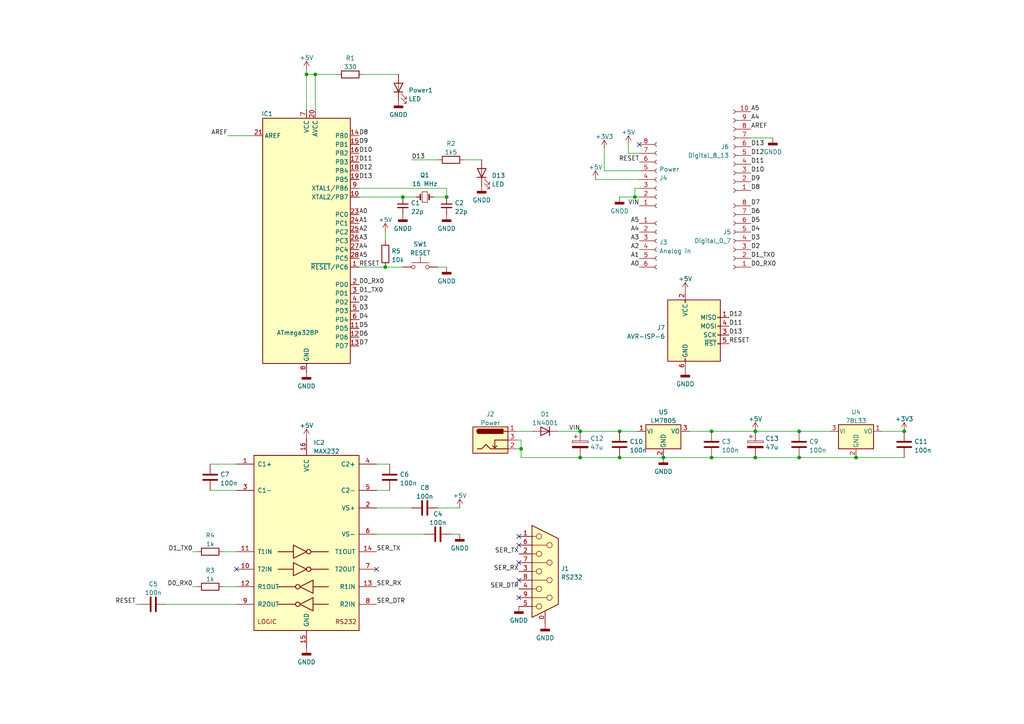
<source format=kicad_sch>
(kicad_sch (version 20211123) (generator eeschema)
  (paper "A4")
  (title_block (title "Birnduino") (date "2022-11-01"))
  (lib_symbols
    (symbol "Connector:AVR-ISP-6" (pin_names (offset 1.016))
      (property "Reference" "J" (at -6.35 11.43 0))
      (property "Value" "AVR-ISP-6" (at 0 11.43 0))
      (symbol "AVR-ISP-6_0_1"
        (rectangle (start -2.667 -6.858) (end -2.413 -7.62))
        (rectangle (start -2.667 10.16) (end -2.413 9.398))
        (rectangle (start 7.62 -2.413) (end 6.858 -2.667))
        (rectangle (start 7.62 0.127) (end 6.858 -0.127))
        (rectangle (start 7.62 2.667) (end 6.858 2.413))
        (rectangle (start 7.62 5.207) (end 6.858 4.953))
        (rectangle (start 7.62 10.16) (end -7.62 -7.62) (stroke (width 0.254)) (fill (type background)))
      )
      (symbol "AVR-ISP-6_1_1"
        (pin passive line (at 10.16 5.08 180) (length 2.54) (name "MISO") (number "1"))
        (pin passive line (at -2.54 12.7 270) (length 2.54) (name "VCC") (number "2"))
        (pin passive line (at 10.16 0 180) (length 2.54) (name "SCK") (number "3"))
        (pin passive line (at 10.16 2.54 180) (length 2.54) (name "MOSI") (number "4"))
        (pin passive line (at 10.16 -2.54 180) (length 2.54) (name "~{RST}") (number "5"))
        (pin passive line (at -2.54 -10.16 90) (length 2.54) (name "GND") (number "6"))
      )
    )
    (symbol "Connector:Barrel_Jack_Switch" (pin_names hide)
      (property "Reference" "J" (at 0 5.334 0))
      (property "Value" "Barrel_Jack_Switch" (at 0 -5.08 0))
      (symbol "Barrel_Jack_Switch_0_1"
        (rectangle (start -5.08 3.81) (end 5.08 -3.81) (stroke (width 0.254)) (fill (type background)))
        (arc (start -3.302 3.175) (mid -3.937 2.54) (end -3.302 1.905) (stroke (width 0.254)))
        (arc (start -3.302 3.175) (mid -3.937 2.54) (end -3.302 1.905) (stroke (width 0.254)) (fill (type outline)))
        (polyline (pts (xy 1.27 -2.286) (xy 1.905 -1.651)) (stroke (width 0.254)))
        (polyline (pts (xy 5.08 2.54) (xy 3.81 2.54)) (stroke (width 0.254)))
        (polyline (pts (xy 5.08 0) (xy 1.27 0) (xy 1.27 -2.286) (xy 0.635 -1.651)) (stroke (width 0.254)))
        (polyline (pts (xy -3.81 -2.54) (xy -2.54 -2.54) (xy -1.27 -1.27) (xy 0 -2.54) (xy 2.54 -2.54) (xy 5.08 -2.54)) (stroke (width 0.254)))
        (rectangle (start 3.683 3.175) (end -3.302 1.905) (stroke (width 0.254)) (fill (type outline)))
      )
      (symbol "Barrel_Jack_Switch_1_1"
        (pin passive line (at 7.62 2.54 180) (length 2.54) (name "~") (number "1"))
        (pin passive line (at 7.62 -2.54 180) (length 2.54) (name "~") (number "2"))
        (pin passive line (at 7.62 0 180) (length 2.54) (name "~") (number "3"))
      )
    )
    (symbol "Connector:Conn_01x06_Female" (pin_names (offset 1.016) hide)
      (property "Reference" "J" (at 0 7.62 0))
      (property "Value" "Conn_01x06_Female" (at 0 -10.16 0))
      (symbol "Conn_01x06_Female_1_1"
        (arc (start 0 -7.112) (mid -0.508 -7.62) (end 0 -8.128) (stroke (width 0.1524)))
        (arc (start 0 -4.572) (mid -0.508 -5.08) (end 0 -5.588) (stroke (width 0.1524)))
        (arc (start 0 -2.032) (mid -0.508 -2.54) (end 0 -3.048) (stroke (width 0.1524)))
        (polyline (pts (xy -1.27 -7.62) (xy -0.508 -7.62)) (stroke (width 0.1524)))
        (polyline (pts (xy -1.27 -5.08) (xy -0.508 -5.08)) (stroke (width 0.1524)))
        (polyline (pts (xy -1.27 -2.54) (xy -0.508 -2.54)) (stroke (width 0.1524)))
        (polyline (pts (xy -1.27 0) (xy -0.508 0)) (stroke (width 0.1524)))
        (polyline (pts (xy -1.27 2.54) (xy -0.508 2.54)) (stroke (width 0.1524)))
        (polyline (pts (xy -1.27 5.08) (xy -0.508 5.08)) (stroke (width 0.1524)))
        (arc (start 0 0.508) (mid -0.508 0) (end 0 -0.508) (stroke (width 0.1524)))
        (arc (start 0 3.048) (mid -0.508 2.54) (end 0 2.032) (stroke (width 0.1524)))
        (arc (start 0 5.588) (mid -0.508 5.08) (end 0 4.572) (stroke (width 0.1524)))
        (pin passive line (at -5.08 5.08 0) (length 3.81) (name "Pin_1") (number "1"))
        (pin passive line (at -5.08 2.54 0) (length 3.81) (name "Pin_2") (number "2"))
        (pin passive line (at -5.08 0 0) (length 3.81) (name "Pin_3") (number "3"))
        (pin passive line (at -5.08 -2.54 0) (length 3.81) (name "Pin_4") (number "4"))
        (pin passive line (at -5.08 -5.08 0) (length 3.81) (name "Pin_5") (number "5"))
        (pin passive line (at -5.08 -7.62 0) (length 3.81) (name "Pin_6") (number "6"))
      )
    )
    (symbol "Connector:Conn_01x08_Female" (pin_names (offset 1.016) hide)
      (property "Reference" "J" (at 0 10.16 0))
      (property "Value" "Conn_01x08_Female" (at 0 -12.7 0))
      (symbol "Conn_01x08_Female_1_1"
        (arc (start 0 -9.652) (mid -0.508 -10.16) (end 0 -10.668) (stroke (width 0.1524)))
        (arc (start 0 -7.112) (mid -0.508 -7.62) (end 0 -8.128) (stroke (width 0.1524)))
        (arc (start 0 -4.572) (mid -0.508 -5.08) (end 0 -5.588) (stroke (width 0.1524)))
        (arc (start 0 -2.032) (mid -0.508 -2.54) (end 0 -3.048) (stroke (width 0.1524)))
        (polyline (pts (xy -1.27 -10.16) (xy -0.508 -10.16)) (stroke (width 0.1524)))
        (polyline (pts (xy -1.27 -7.62) (xy -0.508 -7.62)) (stroke (width 0.1524)))
        (polyline (pts (xy -1.27 -5.08) (xy -0.508 -5.08)) (stroke (width 0.1524)))
        (polyline (pts (xy -1.27 -2.54) (xy -0.508 -2.54)) (stroke (width 0.1524)))
        (polyline (pts (xy -1.27 0) (xy -0.508 0)) (stroke (width 0.1524)))
        (polyline (pts (xy -1.27 2.54) (xy -0.508 2.54)) (stroke (width 0.1524)))
        (polyline (pts (xy -1.27 5.08) (xy -0.508 5.08)) (stroke (width 0.1524)))
        (polyline (pts (xy -1.27 7.62) (xy -0.508 7.62)) (stroke (width 0.1524)))
        (arc (start 0 0.508) (mid -0.508 0) (end 0 -0.508) (stroke (width 0.1524)))
        (arc (start 0 3.048) (mid -0.508 2.54) (end 0 2.032) (stroke (width 0.1524)))
        (arc (start 0 5.588) (mid -0.508 5.08) (end 0 4.572) (stroke (width 0.1524)))
        (arc (start 0 8.128) (mid -0.508 7.62) (end 0 7.112) (stroke (width 0.1524)))
        (pin passive line (at -5.08 7.62 0) (length 3.81) (name "Pin_1") (number "1"))
        (pin passive line (at -5.08 5.08 0) (length 3.81) (name "Pin_2") (number "2"))
        (pin passive line (at -5.08 2.54 0) (length 3.81) (name "Pin_3") (number "3"))
        (pin passive line (at -5.08 0 0) (length 3.81) (name "Pin_4") (number "4"))
        (pin passive line (at -5.08 -2.54 0) (length 3.81) (name "Pin_5") (number "5"))
        (pin passive line (at -5.08 -5.08 0) (length 3.81) (name "Pin_6") (number "6"))
        (pin passive line (at -5.08 -7.62 0) (length 3.81) (name "Pin_7") (number "7"))
        (pin passive line (at -5.08 -10.16 0) (length 3.81) (name "Pin_8") (number "8"))
      )
    )
    (symbol "Connector:Conn_01x10_Female" (pin_names (offset 1.016) hide)
      (property "Reference" "J" (at 0 12.7 0))
      (property "Value" "Conn_01x10_Female" (at 0 -15.24 0))
      (symbol "Conn_01x10_Female_1_1"
        (arc (start 0 -12.192) (mid -0.508 -12.7) (end 0 -13.208) (stroke (width 0.1524)))
        (arc (start 0 -9.652) (mid -0.508 -10.16) (end 0 -10.668) (stroke (width 0.1524)))
        (arc (start 0 -7.112) (mid -0.508 -7.62) (end 0 -8.128) (stroke (width 0.1524)))
        (arc (start 0 -4.572) (mid -0.508 -5.08) (end 0 -5.588) (stroke (width 0.1524)))
        (arc (start 0 -2.032) (mid -0.508 -2.54) (end 0 -3.048) (stroke (width 0.1524)))
        (polyline (pts (xy -1.27 -12.7) (xy -0.508 -12.7)) (stroke (width 0.1524)))
        (polyline (pts (xy -1.27 -10.16) (xy -0.508 -10.16)) (stroke (width 0.1524)))
        (polyline (pts (xy -1.27 -7.62) (xy -0.508 -7.62)) (stroke (width 0.1524)))
        (polyline (pts (xy -1.27 -5.08) (xy -0.508 -5.08)) (stroke (width 0.1524)))
        (polyline (pts (xy -1.27 -2.54) (xy -0.508 -2.54)) (stroke (width 0.1524)))
        (polyline (pts (xy -1.27 0) (xy -0.508 0)) (stroke (width 0.1524)))
        (polyline (pts (xy -1.27 2.54) (xy -0.508 2.54)) (stroke (width 0.1524)))
        (polyline (pts (xy -1.27 5.08) (xy -0.508 5.08)) (stroke (width 0.1524)))
        (polyline (pts (xy -1.27 7.62) (xy -0.508 7.62)) (stroke (width 0.1524)))
        (polyline (pts (xy -1.27 10.16) (xy -0.508 10.16)) (stroke (width 0.1524)))
        (arc (start 0 0.508) (mid -0.508 0) (end 0 -0.508) (stroke (width 0.1524)))
        (arc (start 0 3.048) (mid -0.508 2.54) (end 0 2.032) (stroke (width 0.1524)))
        (arc (start 0 5.588) (mid -0.508 5.08) (end 0 4.572) (stroke (width 0.1524)))
        (arc (start 0 8.128) (mid -0.508 7.62) (end 0 7.112) (stroke (width 0.1524)))
        (arc (start 0 10.668) (mid -0.508 10.16) (end 0 9.652) (stroke (width 0.1524)))
        (pin passive line (at -5.08 10.16 0) (length 3.81) (name "Pin_1") (number "1"))
        (pin passive line (at -5.08 -12.7 0) (length 3.81) (name "Pin_10") (number "10"))
        (pin passive line (at -5.08 7.62 0) (length 3.81) (name "Pin_2") (number "2"))
        (pin passive line (at -5.08 5.08 0) (length 3.81) (name "Pin_3") (number "3"))
        (pin passive line (at -5.08 2.54 0) (length 3.81) (name "Pin_4") (number "4"))
        (pin passive line (at -5.08 0 0) (length 3.81) (name "Pin_5") (number "5"))
        (pin passive line (at -5.08 -2.54 0) (length 3.81) (name "Pin_6") (number "6"))
        (pin passive line (at -5.08 -5.08 0) (length 3.81) (name "Pin_7") (number "7"))
        (pin passive line (at -5.08 -7.62 0) (length 3.81) (name "Pin_8") (number "8"))
        (pin passive line (at -5.08 -10.16 0) (length 3.81) (name "Pin_9") (number "9"))
      )
    )
    (symbol "Connector:DB9_Female_MountingHoles" (pin_names (offset 1.016) hide)
      (property "Reference" "J" (at 0 16.51 0))
      (property "Value" "DB9_Female_MountingHoles" (at 0 14.605 0))
      (symbol "DB9_Female_MountingHoles_0_1"
        (circle (center -1.778 -10.16) (radius 0.762))
        (circle (center -1.778 -5.08) (radius 0.762))
        (circle (center -1.778 0) (radius 0.762))
        (circle (center -1.778 5.08) (radius 0.762))
        (circle (center -1.778 10.16) (radius 0.762))
        (polyline (pts (xy -3.81 -10.16) (xy -2.54 -10.16)))
        (polyline (pts (xy -3.81 -7.62) (xy 0.508 -7.62)))
        (polyline (pts (xy -3.81 -5.08) (xy -2.54 -5.08)))
        (polyline (pts (xy -3.81 -2.54) (xy 0.508 -2.54)))
        (polyline (pts (xy -3.81 0) (xy -2.54 0)))
        (polyline (pts (xy -3.81 2.54) (xy 0.508 2.54)))
        (polyline (pts (xy -3.81 5.08) (xy -2.54 5.08)))
        (polyline (pts (xy -3.81 7.62) (xy 0.508 7.62)))
        (polyline (pts (xy -3.81 10.16) (xy -2.54 10.16)))
        (polyline (pts (xy -3.81 13.335) (xy -3.81 -13.335) (xy 3.81 -9.525) (xy 3.81 9.525) (xy -3.81 13.335)) (stroke (width 0.254)) (fill (type background)))
        (circle (center 1.27 -7.62) (radius 0.762))
        (circle (center 1.27 -2.54) (radius 0.762))
        (circle (center 1.27 2.54) (radius 0.762))
        (circle (center 1.27 7.62) (radius 0.762))
      )
      (symbol "DB9_Female_MountingHoles_1_1"
        (pin passive line (at 0 -15.24 90) (length 3.81) (name "PAD") (number "0"))
        (pin passive line (at -7.62 10.16 0) (length 3.81) (name "1") (number "1"))
        (pin passive line (at -7.62 5.08 0) (length 3.81) (name "2") (number "2"))
        (pin passive line (at -7.62 0 0) (length 3.81) (name "3") (number "3"))
        (pin passive line (at -7.62 -5.08 0) (length 3.81) (name "4") (number "4"))
        (pin passive line (at -7.62 -10.16 0) (length 3.81) (name "5") (number "5"))
        (pin passive line (at -7.62 7.62 0) (length 3.81) (name "6") (number "6"))
        (pin passive line (at -7.62 2.54 0) (length 3.81) (name "7") (number "7"))
        (pin passive line (at -7.62 -2.54 0) (length 3.81) (name "8") (number "8"))
        (pin passive line (at -7.62 -7.62 0) (length 3.81) (name "9") (number "9"))
      )
    )
    (symbol "Device:C" (pin_numbers hide) (pin_names (offset 0.254))
      (property "Reference" "C" (at 0.635 2.54 0))
      (property "Value" "C" (at 0.635 -2.54 0))
      (symbol "C_0_1"
        (polyline (pts (xy -2.032 -0.762) (xy 2.032 -0.762)) (stroke (width 0.508)))
        (polyline (pts (xy -2.032 0.762) (xy 2.032 0.762)) (stroke (width 0.508)))
      )
      (symbol "C_1_1"
        (pin passive line (at 0 3.81 270) (length 2.794) (name "~") (number "1"))
        (pin passive line (at 0 -3.81 90) (length 2.794) (name "~") (number "2"))
      )
    )
    (symbol "Device:C_Polarized" (pin_numbers hide) (pin_names (offset 0.254))
      (property "Reference" "C" (at 0.635 2.54 0))
      (property "Value" "C_Polarized" (at 0.635 -2.54 0))
      (symbol "C_Polarized_0_1"
        (rectangle (start -2.286 0.508) (end 2.286 1.016))
        (polyline (pts (xy -1.778 2.286) (xy -0.762 2.286)))
        (polyline (pts (xy -1.27 2.794) (xy -1.27 1.778)))
        (rectangle (start 2.286 -0.508) (end -2.286 -1.016) (fill (type outline)))
      )
      (symbol "C_Polarized_1_1"
        (pin passive line (at 0 3.81 270) (length 2.794) (name "~") (number "1"))
        (pin passive line (at 0 -3.81 90) (length 2.794) (name "~") (number "2"))
      )
    )
    (symbol "Device:C_Small" (pin_numbers hide) (pin_names (offset 0.254) hide)
      (property "Reference" "C" (at 0.254 1.778 0))
      (property "Value" "C_Small" (at 0.254 -2.032 0))
      (symbol "C_Small_0_1"
        (polyline (pts (xy -1.524 -0.508) (xy 1.524 -0.508)) (stroke (width 0.3302)))
        (polyline (pts (xy -1.524 0.508) (xy 1.524 0.508)) (stroke (width 0.3048)))
      )
      (symbol "C_Small_1_1"
        (pin passive line (at 0 2.54 270) (length 2.032) (name "~") (number "1"))
        (pin passive line (at 0 -2.54 90) (length 2.032) (name "~") (number "2"))
      )
    )
    (symbol "Device:Crystal_Small" (pin_numbers hide) (pin_names (offset 1.016) hide)
      (property "Reference" "Y" (at 0 2.54 0))
      (property "Value" "Crystal_Small" (at 0 -2.54 0))
      (symbol "Crystal_Small_0_1"
        (rectangle (start -0.762 -1.524) (end 0.762 1.524))
        (polyline (pts (xy -1.27 -0.762) (xy -1.27 0.762)) (stroke (width 0.381)))
        (polyline (pts (xy 1.27 -0.762) (xy 1.27 0.762)) (stroke (width 0.381)))
      )
      (symbol "Crystal_Small_1_1"
        (pin passive line (at -2.54 0 0) (length 1.27) (name "1") (number "1"))
        (pin passive line (at 2.54 0 180) (length 1.27) (name "2") (number "2"))
      )
    )
    (symbol "Device:LED" (pin_numbers hide) (pin_names (offset 1.016) hide)
      (property "Reference" "D" (at 0 2.54 0))
      (property "Value" "LED" (at 0 -2.54 0))
      (symbol "LED_0_1"
        (polyline (pts (xy -1.27 -1.27) (xy -1.27 1.27)) (stroke (width 0.254)))
        (polyline (pts (xy -1.27 0) (xy 1.27 0)))
        (polyline (pts (xy 1.27 -1.27) (xy 1.27 1.27) (xy -1.27 0) (xy 1.27 -1.27)) (stroke (width 0.254)))
        (polyline (pts (xy -3.048 -0.762) (xy -4.572 -2.286) (xy -3.81 -2.286) (xy -4.572 -2.286) (xy -4.572 -1.524)))
        (polyline (pts (xy -1.778 -0.762) (xy -3.302 -2.286) (xy -2.54 -2.286) (xy -3.302 -2.286) (xy -3.302 -1.524)))
      )
      (symbol "LED_1_1"
        (pin passive line (at -3.81 0 0) (length 2.54) (name "K") (number "1"))
        (pin passive line (at 3.81 0 180) (length 2.54) (name "A") (number "2"))
      )
    )
    (symbol "Device:R" (pin_numbers hide) (pin_names (offset 0))
      (property "Reference" "R" (at 2.032 0 90))
      (property "Value" "R" (at 0 0 90))
      (symbol "R_0_1"
        (rectangle (start -1.016 -2.54) (end 1.016 2.54) (stroke (width 0.254)))
      )
      (symbol "R_1_1"
        (pin passive line (at 0 3.81 270) (length 1.27) (name "~") (number "1"))
        (pin passive line (at 0 -3.81 90) (length 1.27) (name "~") (number "2"))
      )
    )
    (symbol "Diode:1N4001" (pin_numbers hide) (pin_names (offset 1.016) hide)
      (property "Reference" "D" (at 0 2.54 0))
      (property "Value" "1N4001" (at 0 -2.54 0))
      (symbol "1N4001_0_1"
        (polyline (pts (xy -1.27 1.27) (xy -1.27 -1.27)) (stroke (width 0.254)))
        (polyline (pts (xy 1.27 0) (xy -1.27 0)))
        (polyline (pts (xy 1.27 1.27) (xy 1.27 -1.27) (xy -1.27 0) (xy 1.27 1.27)) (stroke (width 0.254)))
      )
      (symbol "1N4001_1_1"
        (pin passive line (at -3.81 0 0) (length 2.54) (name "K") (number "1"))
        (pin passive line (at 3.81 0 180) (length 2.54) (name "A") (number "2"))
      )
    )
    (symbol "Interface_UART:MAX232" (pin_names (offset 1.016))
      (property "Reference" "U" (at -2.54 28.575 0))
      (property "Value" "MAX232" (at -2.54 26.67 0))
      (symbol "MAX232_0_0"
        (text "LOGIC" (at -11.43 -22.86 0) (effects (font (size 1.27 1.27))))
        (text "RS232" (at 11.43 -22.86 0) (effects (font (size 1.27 1.27))))
      )
      (symbol "MAX232_0_1"
        (rectangle (start -15.24 -25.4) (end 15.24 25.4) (stroke (width 0.254)) (fill (type background)))
        (circle (center -2.54 -17.78) (radius 0.635) (stroke (width 0.254)))
        (circle (center -2.54 -12.7) (radius 0.635) (stroke (width 0.254)))
        (polyline (pts (xy -3.81 -7.62) (xy -8.255 -7.62)) (stroke (width 0.254)))
        (polyline (pts (xy -3.81 -2.54) (xy -8.255 -2.54)) (stroke (width 0.254)))
        (polyline (pts (xy -3.175 -17.78) (xy -8.255 -17.78)) (stroke (width 0.254)))
        (polyline (pts (xy -3.175 -12.7) (xy -8.255 -12.7)) (stroke (width 0.254)))
        (polyline (pts (xy 1.27 -7.62) (xy 6.35 -7.62)) (stroke (width 0.254)))
        (polyline (pts (xy 1.27 -2.54) (xy 6.35 -2.54)) (stroke (width 0.254)))
        (polyline (pts (xy 1.905 -17.78) (xy 6.35 -17.78)) (stroke (width 0.254)))
        (polyline (pts (xy 1.905 -12.7) (xy 6.35 -12.7)) (stroke (width 0.254)))
        (polyline (pts (xy -3.81 -5.715) (xy -3.81 -9.525) (xy 0 -7.62) (xy -3.81 -5.715)) (stroke (width 0.254)))
        (polyline (pts (xy -3.81 -0.635) (xy -3.81 -4.445) (xy 0 -2.54) (xy -3.81 -0.635)) (stroke (width 0.254)))
        (polyline (pts (xy 1.905 -15.875) (xy 1.905 -19.685) (xy -1.905 -17.78) (xy 1.905 -15.875)) (stroke (width 0.254)))
        (polyline (pts (xy 1.905 -10.795) (xy 1.905 -14.605) (xy -1.905 -12.7) (xy 1.905 -10.795)) (stroke (width 0.254)))
        (circle (center 0.635 -7.62) (radius 0.635) (stroke (width 0.254)))
        (circle (center 0.635 -2.54) (radius 0.635) (stroke (width 0.254)))
      )
      (symbol "MAX232_1_1"
        (pin passive line (at -20.32 22.86 0) (length 5.08) (name "C1+") (number "1"))
        (pin input line (at -20.32 -7.62 0) (length 5.08) (name "T2IN") (number "10"))
        (pin input line (at -20.32 -2.54 0) (length 5.08) (name "T1IN") (number "11"))
        (pin output line (at -20.32 -12.7 0) (length 5.08) (name "R1OUT") (number "12"))
        (pin input line (at 20.32 -12.7 180) (length 5.08) (name "R1IN") (number "13"))
        (pin output line (at 20.32 -2.54 180) (length 5.08) (name "T1OUT") (number "14"))
        (pin power_in line (at 0 -30.48 90) (length 5.08) (name "GND") (number "15"))
        (pin power_in line (at 0 30.48 270) (length 5.08) (name "VCC") (number "16"))
        (pin power_out line (at 20.32 10.16 180) (length 5.08) (name "VS+") (number "2"))
        (pin passive line (at -20.32 15.24 0) (length 5.08) (name "C1-") (number "3"))
        (pin passive line (at 20.32 22.86 180) (length 5.08) (name "C2+") (number "4"))
        (pin passive line (at 20.32 15.24 180) (length 5.08) (name "C2-") (number "5"))
        (pin power_out line (at 20.32 2.54 180) (length 5.08) (name "VS-") (number "6"))
        (pin output line (at 20.32 -7.62 180) (length 5.08) (name "T2OUT") (number "7"))
        (pin input line (at 20.32 -17.78 180) (length 5.08) (name "R2IN") (number "8"))
        (pin output line (at -20.32 -17.78 0) (length 5.08) (name "R2OUT") (number "9"))
      )
    )
    (symbol "MCU_Microchip_ATmega:ATmega328P-P"
      (property "Reference" "U" (at -12.7 36.83 0))
      (property "Value" "ATmega328P-P" (at 2.54 -36.83 0))
      (symbol "ATmega328P-P_0_1"
        (rectangle (start -12.7 -35.56) (end 12.7 35.56) (stroke (width 0.254)) (fill (type background)))
      )
      (symbol "ATmega328P-P_1_1"
        (pin bidirectional line (at 15.24 -7.62 180) (length 2.54) (name "~{RESET}/PC6") (number "1"))
        (pin bidirectional line (at 15.24 12.7 180) (length 2.54) (name "XTAL2/PB7") (number "10"))
        (pin bidirectional line (at 15.24 -25.4 180) (length 2.54) (name "PD5") (number "11"))
        (pin bidirectional line (at 15.24 -27.94 180) (length 2.54) (name "PD6") (number "12"))
        (pin bidirectional line (at 15.24 -30.48 180) (length 2.54) (name "PD7") (number "13"))
        (pin bidirectional line (at 15.24 30.48 180) (length 2.54) (name "PB0") (number "14"))
        (pin bidirectional line (at 15.24 27.94 180) (length 2.54) (name "PB1") (number "15"))
        (pin bidirectional line (at 15.24 25.4 180) (length 2.54) (name "PB2") (number "16"))
        (pin bidirectional line (at 15.24 22.86 180) (length 2.54) (name "PB3") (number "17"))
        (pin bidirectional line (at 15.24 20.32 180) (length 2.54) (name "PB4") (number "18"))
        (pin bidirectional line (at 15.24 17.78 180) (length 2.54) (name "PB5") (number "19"))
        (pin bidirectional line (at 15.24 -12.7 180) (length 2.54) (name "PD0") (number "2"))
        (pin power_in line (at 2.54 38.1 270) (length 2.54) (name "AVCC") (number "20"))
        (pin passive line (at -15.24 30.48 0) (length 2.54) (name "AREF") (number "21"))
        (pin passive line (at 0 -38.1 90) (length 2.54) hide (name "GND") (number "22"))
        (pin bidirectional line (at 15.24 7.62 180) (length 2.54) (name "PC0") (number "23"))
        (pin bidirectional line (at 15.24 5.08 180) (length 2.54) (name "PC1") (number "24"))
        (pin bidirectional line (at 15.24 2.54 180) (length 2.54) (name "PC2") (number "25"))
        (pin bidirectional line (at 15.24 0 180) (length 2.54) (name "PC3") (number "26"))
        (pin bidirectional line (at 15.24 -2.54 180) (length 2.54) (name "PC4") (number "27"))
        (pin bidirectional line (at 15.24 -5.08 180) (length 2.54) (name "PC5") (number "28"))
        (pin bidirectional line (at 15.24 -15.24 180) (length 2.54) (name "PD1") (number "3"))
        (pin bidirectional line (at 15.24 -17.78 180) (length 2.54) (name "PD2") (number "4"))
        (pin bidirectional line (at 15.24 -20.32 180) (length 2.54) (name "PD3") (number "5"))
        (pin bidirectional line (at 15.24 -22.86 180) (length 2.54) (name "PD4") (number "6"))
        (pin power_in line (at 0 38.1 270) (length 2.54) (name "VCC") (number "7"))
        (pin power_in line (at 0 -38.1 90) (length 2.54) (name "GND") (number "8"))
        (pin bidirectional line (at 15.24 15.24 180) (length 2.54) (name "XTAL1/PB6") (number "9"))
      )
    )
    (symbol "Regulator_Linear:L78L33_TO92" (pin_names (offset 0.254))
      (property "Reference" "U" (at -3.81 3.175 0))
      (property "Value" "L78L33_TO92" (at 0 3.175 0))
      (symbol "L78L33_TO92_0_1"
        (rectangle (start -5.08 -5.08) (end 5.08 1.905) (stroke (width 0.254)) (fill (type background)))
      )
      (symbol "L78L33_TO92_1_1"
        (pin power_out line (at 7.62 0 180) (length 2.54) (name "VO") (number "1"))
        (pin power_in line (at 0 -7.62 90) (length 2.54) (name "GND") (number "2"))
        (pin power_in line (at -7.62 0 0) (length 2.54) (name "VI") (number "3"))
      )
    )
    (symbol "Regulator_Linear:LM7805_TO220" (pin_names (offset 0.254))
      (property "Reference" "U" (at -3.81 3.175 0))
      (property "Value" "LM7805_TO220" (at 0 3.175 0))
      (symbol "LM7805_TO220_0_1"
        (rectangle (start -5.08 1.905) (end 5.08 -5.08) (stroke (width 0.254)) (fill (type background)))
      )
      (symbol "LM7805_TO220_1_1"
        (pin power_in line (at -7.62 0 0) (length 2.54) (name "VI") (number "1"))
        (pin power_in line (at 0 -7.62 90) (length 2.54) (name "GND") (number "2"))
        (pin power_out line (at 7.62 0 180) (length 2.54) (name "VO") (number "3"))
      )
    )
    (symbol "Switch:SW_Push" (pin_numbers hide) (pin_names (offset 1.016) hide)
      (property "Reference" "SW" (at 1.27 2.54 0))
      (property "Value" "SW_Push" (at 0 -1.524 0))
      (symbol "SW_Push_0_1"
        (circle (center -2.032 0) (radius 0.508))
        (polyline (pts (xy 0 1.27) (xy 0 3.048)))
        (polyline (pts (xy 2.54 1.27) (xy -2.54 1.27)))
        (circle (center 2.032 0) (radius 0.508))
        (pin passive line (at -5.08 0 0) (length 2.54) (name "1") (number "1"))
        (pin passive line (at 5.08 0 180) (length 2.54) (name "2") (number "2"))
      )
    )
    (symbol "power:+3.3V" (power) (pin_names (offset 0))
      (property "Value" "+3.3V" (at 0 3.556 0))
      (symbol "+3.3V_0_1"
        (polyline (pts (xy -0.762 1.27) (xy 0 2.54)))
        (polyline (pts (xy 0 0) (xy 0 2.54)))
        (polyline (pts (xy 0 2.54) (xy 0.762 1.27)))
      )
      (symbol "+3.3V_1_1"
        (pin power_in line (at 0 0 90) (length 0) hide (name "+3V3") (number "1"))
      )
    )
    (symbol "power:+5V" (power) (pin_names (offset 0))
      (property "Value" "+5V" (at 0 3.556 0))
      (symbol "+5V_0_1"
        (polyline (pts (xy -0.762 1.27) (xy 0 2.54)))
        (polyline (pts (xy 0 0) (xy 0 2.54)))
        (polyline (pts (xy 0 2.54) (xy 0.762 1.27)))
      )
      (symbol "+5V_1_1"
        (pin power_in line (at 0 0 90) (length 0) hide (name "+5V") (number "1"))
      )
    )
    (symbol "power:GNDD" (power) (pin_names (offset 0))
      (property "Value" "GNDD" (at 0 -3.175 0))
      (symbol "GNDD_0_1"
        (rectangle (start -1.27 -1.524) (end 1.27 -2.032) (stroke (width 0.254)) (fill (type outline)))
        (polyline (pts (xy 0 0) (xy 0 -1.524)))
      )
      (symbol "GNDD_1_1"
        (pin power_in line (at 0 0 270) (length 0) hide (name "GNDD") (number "1"))
      )
    )
  )
  (junction (at 206.375 125.095))
  (junction (at 179.705 125.095))
  (junction (at 184.15 57.15))
  (junction (at 91.44 21.59))
  (junction (at 192.405 132.715))
  (junction (at 88.9 21.59))
  (junction (at 116.84 57.15))
  (junction (at 129.54 57.15))
  (junction (at 231.775 132.715))
  (junction (at 206.375 132.715))
  (junction (at 262.255 125.095))
  (junction (at 219.075 125.095))
  (junction (at 219.075 132.715))
  (junction (at 168.275 125.095))
  (junction (at 168.275 132.715))
  (junction (at 151.13 130.175))
  (junction (at 179.705 132.715))
  (junction (at 248.285 132.715))
  (junction (at 231.775 125.095))
  (junction (at 111.76 77.47))
  (no_connect (at 150.495 155.575))
  (no_connect (at 150.495 163.195))
  (no_connect (at 150.495 158.115))
  (no_connect (at 150.495 173.355))
  (no_connect (at 150.495 168.275))
  (no_connect (at 109.22 165.1))
  (no_connect (at 68.58 165.1))
  (no_connect (at 185.42 41.91))
  (wire (pts (xy 55.88 160.02) (xy 57.15 160.02)))
  (wire (pts (xy 149.86 130.175) (xy 151.13 130.175)))
  (wire (pts (xy 224.155 40.005) (xy 217.805 40.005)))
  (wire (pts (xy 182.245 44.45) (xy 182.245 41.91)))
  (wire (pts (xy 200.025 125.095) (xy 206.375 125.095)))
  (wire (pts (xy 231.775 132.715) (xy 248.285 132.715)))
  (wire (pts (xy 129.54 54.61) (xy 104.14 54.61)))
  (wire (pts (xy 104.14 57.15) (xy 116.84 57.15)))
  (wire (pts (xy 39.37 175.26) (xy 40.64 175.26)))
  (wire (pts (xy 184.15 54.61) (xy 185.42 54.61)))
  (wire (pts (xy 168.275 132.715) (xy 179.705 132.715)))
  (wire (pts (xy 125.73 57.15) (xy 129.54 57.15)))
  (wire (pts (xy 255.905 125.095) (xy 262.255 125.095)))
  (wire (pts (xy 111.76 77.47) (xy 116.84 77.47)))
  (wire (pts (xy 91.44 21.59) (xy 97.79 21.59)))
  (wire (pts (xy 231.775 125.095) (xy 240.665 125.095)))
  (wire (pts (xy 64.77 170.18) (xy 68.58 170.18)))
  (wire (pts (xy 119.38 46.355) (xy 127 46.355)))
  (wire (pts (xy 184.15 57.15) (xy 184.15 54.61)))
  (wire (pts (xy 149.86 125.095) (xy 154.305 125.095)))
  (wire (pts (xy 55.88 170.18) (xy 57.15 170.18)))
  (wire (pts (xy 111.76 69.85) (xy 111.76 67.31)))
  (wire (pts (xy 116.84 57.15) (xy 120.65 57.15)))
  (wire (pts (xy 130.81 154.94) (xy 133.35 154.94)))
  (wire (pts (xy 161.925 125.095) (xy 168.275 125.095)))
  (wire (pts (xy 127 77.47) (xy 129.54 77.47)))
  (wire (pts (xy 175.26 49.53) (xy 185.42 49.53)))
  (wire (pts (xy 168.275 132.715) (xy 151.13 132.715)))
  (wire (pts (xy 48.26 175.26) (xy 68.58 175.26)))
  (wire (pts (xy 151.13 132.715) (xy 151.13 130.175)))
  (wire (pts (xy 206.375 125.095) (xy 219.075 125.095)))
  (wire (pts (xy 91.44 21.59) (xy 88.9 21.59)))
  (wire (pts (xy 185.42 44.45) (xy 182.245 44.45)))
  (wire (pts (xy 219.075 125.095) (xy 231.775 125.095)))
  (wire (pts (xy 105.41 21.59) (xy 115.57 21.59)))
  (wire (pts (xy 179.705 132.715) (xy 192.405 132.715)))
  (wire (pts (xy 151.13 130.175) (xy 151.13 127.635)))
  (wire (pts (xy 60.96 134.62) (xy 68.58 134.62)))
  (wire (pts (xy 206.375 132.715) (xy 219.075 132.715)))
  (wire (pts (xy 179.705 125.095) (xy 184.785 125.095)))
  (wire (pts (xy 184.15 57.15) (xy 185.42 57.15)))
  (wire (pts (xy 219.075 132.715) (xy 231.775 132.715)))
  (wire (pts (xy 64.77 160.02) (xy 68.58 160.02)))
  (wire (pts (xy 172.72 52.07) (xy 185.42 52.07)))
  (wire (pts (xy 127 147.32) (xy 133.35 147.32)))
  (wire (pts (xy 60.96 142.24) (xy 68.58 142.24)))
  (wire (pts (xy 179.705 57.15) (xy 184.15 57.15)))
  (wire (pts (xy 109.22 154.94) (xy 123.19 154.94)))
  (wire (pts (xy 168.275 125.095) (xy 179.705 125.095)))
  (wire (pts (xy 66.04 39.37) (xy 73.66 39.37)))
  (wire (pts (xy 134.62 46.355) (xy 139.7 46.355)))
  (wire (pts (xy 248.285 132.715) (xy 262.255 132.715)))
  (wire (pts (xy 129.54 57.15) (xy 129.54 54.61)))
  (wire (pts (xy 109.22 147.32) (xy 119.38 147.32)))
  (wire (pts (xy 109.22 134.62) (xy 113.03 134.62)))
  (wire (pts (xy 91.44 31.75) (xy 91.44 21.59)))
  (wire (pts (xy 88.9 21.59) (xy 88.9 31.75)))
  (wire (pts (xy 192.405 132.715) (xy 206.375 132.715)))
  (wire (pts (xy 104.14 77.47) (xy 111.76 77.47)))
  (wire (pts (xy 109.22 142.24) (xy 113.03 142.24)))
  (wire (pts (xy 151.13 127.635) (xy 149.86 127.635)))
  (wire (pts (xy 175.26 49.53) (xy 175.26 43.18)))
  (wire (pts (xy 88.9 20.32) (xy 88.9 21.59)))
  (label "RESET" (at 211.455 99.695 0))
  (label "D12" (at 104.14 49.53 0))
  (label "A5" (at 185.42 64.77 180))
  (label "RESET" (at 104.14 77.47 0))
  (label "D7" (at 217.805 59.69 0))
  (label "D7" (at 104.14 100.33 0))
  (label "D1_TX0" (at 217.805 74.93 0))
  (label "A3" (at 185.42 69.85 180))
  (label "D11" (at 211.455 94.615 0))
  (label "A4" (at 185.42 67.31 180))
  (label "A2" (at 104.14 67.31 0))
  (label "AREF" (at 217.805 37.465 0))
  (label "A5" (at 104.14 74.93 0))
  (label "D0_RX0" (at 55.88 170.18 180))
  (label "D12" (at 217.805 45.085 0))
  (label "A0" (at 104.14 62.23 0))
  (label "A3" (at 104.14 69.85 0))
  (label "D13" (at 104.14 52.07 0))
  (label "D6" (at 217.805 62.23 0))
  (label "SER_DTR" (at 150.495 170.815 180))
  (label "D8" (at 104.14 39.37 0))
  (label "D8" (at 217.805 55.245 0))
  (label "D6" (at 104.14 97.79 0))
  (label "D11" (at 104.14 46.99 0))
  (label "D2" (at 104.14 87.63 0))
  (label "D10" (at 104.14 44.45 0))
  (label "D2" (at 217.805 72.39 0))
  (label "A1" (at 185.42 74.93 180))
  (label "D13" (at 217.805 42.545 0))
  (label "D3" (at 104.14 90.17 0))
  (label "A4" (at 217.805 34.925 0))
  (label "VIN" (at 185.42 59.69 180))
  (label "VIN" (at 168.275 125.095 180))
  (label "D11" (at 217.805 47.625 0))
  (label "D13" (at 119.38 46.355 0))
  (label "D10" (at 217.805 50.165 0))
  (label "D12" (at 211.455 92.075 0))
  (label "SER_DTR" (at 109.22 175.26 0))
  (label "D1_TX0" (at 104.14 85.09 0))
  (label "D1_TX0" (at 55.88 160.02 180))
  (label "RESET" (at 185.42 46.99 180))
  (label "D5" (at 104.14 95.25 0))
  (label "SER_TX" (at 150.495 160.655 180))
  (label "A4" (at 104.14 72.39 0))
  (label "D0_RX0" (at 104.14 82.55 0))
  (label "D4" (at 217.805 67.31 0))
  (label "A2" (at 185.42 72.39 180))
  (label "SER_RX" (at 150.495 165.735 180))
  (label "D13" (at 211.455 97.155 0))
  (label "D3" (at 217.805 69.85 0))
  (label "RESET" (at 39.37 175.26 180))
  (label "A1" (at 104.14 64.77 0))
  (label "D5" (at 217.805 64.77 0))
  (label "D0_RX0" (at 217.805 77.47 0))
  (label "D9" (at 104.14 41.91 0))
  (label "D9" (at 217.805 52.705 0))
  (label "SER_TX" (at 109.22 160.02 0))
  (label "SER_RX" (at 109.22 170.18 0))
  (label "AREF" (at 66.04 39.37 180))
  (label "D4" (at 104.14 92.71 0))
  (label "A5" (at 217.805 32.385 0))
  (label "A0" (at 185.42 77.47 180))
  (symbol (lib_id "power:GNDD") (at 129.54 62.23 0) (unit 1)
    (property "Reference" "#PWR0115" (effects hide))
    (property "Value" "GNDD" (at 129.54 66.2924 0))
  )
  (symbol (lib_id "Device:LED") (at 115.57 25.4 90) (unit 1)
    (property "Reference" "Power1" (at 118.491 26.1528 90) (effects (justify right)))
    (property "Value" "LED" (at 118.491 28.6897 90) (effects (justify right)))
    (property "Footprint" "LED_THT:LED_D3.0mm" (effects hide))
  )
  (symbol (lib_id "Device:Crystal_Small") (at 123.19 57.15 180) (unit 1)
    (property "Reference" "Q1" (at 123.19 50.8 0))
    (property "Value" "16 MHz" (at 123.19 53.34 0))
    (property "Footprint" "Crystal:Crystal_HC49-U_Vertical" (effects hide))
  )
  (symbol (lib_id "power:GNDD") (at 133.35 154.94 0) (unit 1)
    (property "Reference" "#PWR02" (effects hide))
    (property "Value" "GNDD" (at 133.35 159.0024 0))
  )
  (symbol (lib_id "Connector:DB9_Female_MountingHoles") (at 158.115 165.735 0) (unit 1)
    (property "Reference" "J1" (at 162.687 164.9003 0) (effects (justify left)))
    (property "Value" "RS232" (at 162.687 167.4372 0) (effects (justify left)))
    (property "Footprint" "Connector_Dsub:DSUB-9_Female_Horizontal_P2.77x2.84mm_EdgePinOffset7.70mm_Housed_MountingHolesOffset9.12mm" (effects hide))
    (property "Datasheet" " ~" (effects hide))
  )
  (symbol (lib_id "Regulator_Linear:LM7805_TO220") (at 192.405 125.095 0) (unit 1)
    (property "Reference" "U5" (at 192.405 119.4902 0))
    (property "Value" "LM7805" (at 192.405 122.0271 0))
    (property "Footprint" "Package_TO_SOT_THT:TO-220-3_Vertical" (effects hide))
    (property "Datasheet" "https://www.onsemi.cn/PowerSolutions/document/MC7800-D.PDF" (effects hide))
  )
  (symbol (lib_id "Device:R") (at 60.96 160.02 90) (unit 1)
    (property "Reference" "R4" (at 60.96 155.3042 90))
    (property "Value" "1k" (at 60.96 157.8411 90))
    (property "Footprint" "Resistor_THT:R_Axial_DIN0207_L6.3mm_D2.5mm_P10.16mm_Horizontal" (effects hide))
  )
  (symbol (lib_id "power:GNDD") (at 88.9 107.95 0) (unit 1)
    (property "Reference" "#PWR0104" (effects hide))
    (property "Value" "GNDD" (at 88.9 112.0124 0))
  )
  (symbol (lib_id "Device:R") (at 60.96 170.18 90) (unit 1)
    (property "Reference" "R3" (at 60.96 165.4642 90))
    (property "Value" "1k" (at 60.96 168.0011 90))
    (property "Footprint" "Resistor_THT:R_Axial_DIN0207_L6.3mm_D2.5mm_P10.16mm_Horizontal" (effects hide))
  )
  (symbol (lib_id "power:+5V") (at 88.9 20.32 0) (unit 1)
    (property "Reference" "#PWR0101" (effects hide))
    (property "Value" "+5V" (at 88.9 16.7442 0))
  )
  (symbol (lib_id "Device:C") (at 113.03 138.43 0) (unit 1)
    (property "Reference" "C6" (at 115.951 137.5953 0) (effects (justify left)))
    (property "Value" "100n" (at 115.951 140.1322 0) (effects (justify left)))
    (property "Footprint" "Capacitor_THT:C_Rect_L7.0mm_W2.0mm_P5.00mm" (effects hide))
  )
  (symbol (lib_id "power:GNDD") (at 158.115 180.975 0) (unit 1)
    (property "Reference" "#PWR0122" (effects hide))
    (property "Value" "GNDD" (at 158.115 185.0374 0))
  )
  (symbol (lib_id "Device:LED") (at 139.7 50.165 90) (unit 1)
    (property "Reference" "D13" (at 142.621 50.9178 90) (effects (justify right)))
    (property "Value" "LED" (at 142.621 53.4547 90) (effects (justify right)))
    (property "Footprint" "LED_THT:LED_D3.0mm" (effects hide))
  )
  (symbol (lib_id "power:+5V") (at 219.075 125.095 0) (unit 1)
    (property "Reference" "#PWR0119" (effects hide))
    (property "Value" "+5V" (at 219.075 121.5192 0))
  )
  (symbol (lib_id "Device:C_Small") (at 116.84 59.69 0) (unit 1)
    (property "Reference" "C1" (at 119.1641 58.8616 0) (effects (justify left)))
    (property "Value" "22p" (at 119.1641 61.3985 0) (effects (justify left)))
    (property "Footprint" "Capacitor_THT:C_Rect_L7.0mm_W2.0mm_P5.00mm" (effects hide))
  )
  (symbol (lib_id "power:GNDD") (at 88.9 187.96 0) (unit 1)
    (property "Reference" "#PWR0108" (effects hide))
    (property "Value" "GNDD" (at 88.9 192.0224 0))
  )
  (symbol (lib_id "Device:R") (at 130.81 46.355 90) (unit 1)
    (property "Reference" "R2" (at 130.81 41.6392 90))
    (property "Value" "1k5" (at 130.81 44.1761 90))
    (property "Footprint" "Resistor_THT:R_Axial_DIN0207_L6.3mm_D2.5mm_P10.16mm_Horizontal" (effects hide))
  )
  (symbol (lib_id "MCU_Microchip_ATmega:ATmega328P-P") (at 88.9 69.85 0) (unit 1)
    (property "Reference" "IC1" (at 77.47 33.02 0))
    (property "Value" "ATmega328P" (at 86.36 96.52 0))
    (property "Footprint" "Package_DIP:DIP-28_W7.62mm" (effects hide))
    (property "Datasheet" "http://ww1.microchip.com/downloads/en/DeviceDoc/ATmega328_P%20AVR%20MCU%20with%20picoPower%20Technology%20Data%20Sheet%2040001984A.pdf" (effects hide))
  )
  (symbol (lib_id "Device:R") (at 101.6 21.59 90) (unit 1)
    (property "Reference" "R1" (at 101.6 16.8742 90))
    (property "Value" "330" (at 101.6 19.4111 90))
    (property "Footprint" "Resistor_THT:R_Axial_DIN0207_L6.3mm_D2.5mm_P10.16mm_Horizontal" (effects hide))
  )
  (symbol (lib_id "power:+5V") (at 198.755 84.455 0) (unit 1)
    (property "Reference" "#PWR0102" (effects hide))
    (property "Value" "+5V" (at 198.755 80.8792 0))
  )
  (symbol (lib_id "Device:C") (at 127 154.94 90) (unit 1)
    (property "Reference" "C4" (at 127 149.0812 90))
    (property "Value" "100n" (at 127 151.6181 90))
    (property "Footprint" "Capacitor_THT:C_Rect_L7.0mm_W2.0mm_P5.00mm" (effects hide))
  )
  (symbol (lib_id "Connector:Conn_01x10_Female") (at 212.725 45.085 180) (unit 1)
    (property "Reference" "J6" (at 211.455 42.545 0) (effects (justify left)))
    (property "Value" "Digital_8_13" (at 211.455 45.085 0) (effects (justify left)))
    (property "Footprint" "Connector_PinSocket_2.54mm:PinSocket_1x10_P2.54mm_Vertical" (effects hide))
  )
  (symbol (lib_id "Device:C") (at 231.775 128.905 0) (unit 1)
    (property "Reference" "C9" (at 234.696 128.0703 0) (effects (justify left)))
    (property "Value" "100n" (at 234.696 130.6072 0) (effects (justify left)))
    (property "Footprint" "Capacitor_THT:C_Rect_L7.0mm_W2.0mm_P5.00mm" (effects hide))
  )
  (symbol (lib_id "power:+5V") (at 133.35 147.32 0) (unit 1)
    (property "Reference" "#PWR01" (effects hide))
    (property "Value" "+5V" (at 133.35 143.7442 0))
  )
  (symbol (lib_id "power:+3.3V") (at 175.26 43.18 0) (unit 1)
    (property "Reference" "#PWR0124" (effects hide))
    (property "Value" "+3.3V" (at 175.26 39.6042 0))
  )
  (symbol (lib_id "Connector:Conn_01x08_Female") (at 190.5 52.07 0) (mirror x) (unit 1)
    (property "Reference" "J4" (at 191.2112 51.6347 0) (effects (justify left)))
    (property "Value" "Power" (at 191.2112 49.0978 0) (effects (justify left)))
    (property "Footprint" "Connector_PinSocket_2.54mm:PinSocket_1x08_P2.54mm_Vertical" (effects hide))
  )
  (symbol (lib_id "power:GNDD") (at 116.84 62.23 0) (unit 1)
    (property "Reference" "#PWR0116" (effects hide))
    (property "Value" "GNDD" (at 116.84 66.2924 0))
  )
  (symbol (lib_id "Device:C") (at 262.255 128.905 0) (unit 1)
    (property "Reference" "C11" (at 265.176 128.0703 0) (effects (justify left)))
    (property "Value" "100n" (at 265.176 130.6072 0) (effects (justify left)))
    (property "Footprint" "Capacitor_THT:C_Rect_L7.0mm_W2.0mm_P5.00mm" (effects hide))
  )
  (symbol (lib_id "power:GNDD") (at 150.495 175.895 0) (unit 1)
    (property "Reference" "#PWR0123" (effects hide))
    (property "Value" "GNDD" (at 150.495 179.9574 0))
  )
  (symbol (lib_id "Connector:Conn_01x08_Female") (at 212.725 69.85 180) (unit 1)
    (property "Reference" "J5" (at 212.09 67.31 0) (effects (justify left)))
    (property "Value" "Digital_0_7" (at 212.09 69.85 0) (effects (justify left)))
    (property "Footprint" "Connector_PinSocket_2.54mm:PinSocket_1x08_P2.54mm_Vertical" (effects hide))
  )
  (symbol (lib_id "Switch:SW_Push") (at 121.92 77.47 0) (unit 1)
    (property "Reference" "SW1" (at 121.92 70.8492 0))
    (property "Value" "RESET" (at 121.92 73.3861 0))
    (property "Footprint" "Button_Switch_THT:SW_PUSH_6mm" (effects hide))
  )
  (symbol (lib_id "Device:C") (at 123.19 147.32 270) (unit 1)
    (property "Reference" "C8" (at 123.19 141.4612 90))
    (property "Value" "100n" (at 123.19 143.9981 90))
    (property "Footprint" "Capacitor_THT:C_Rect_L7.0mm_W2.0mm_P5.00mm" (effects hide))
  )
  (symbol (lib_id "Device:C") (at 60.96 138.43 0) (unit 1)
    (property "Reference" "C7" (at 63.881 137.5953 0) (effects (justify left)))
    (property "Value" "100n" (at 63.881 140.1322 0) (effects (justify left)))
    (property "Footprint" "Capacitor_THT:C_Rect_L7.0mm_W2.0mm_P5.00mm" (effects hide))
  )
  (symbol (lib_id "Device:C") (at 206.375 128.905 0) (unit 1)
    (property "Reference" "C3" (at 209.296 128.0703 0) (effects (justify left)))
    (property "Value" "100n" (at 209.296 130.6072 0) (effects (justify left)))
    (property "Footprint" "Capacitor_THT:C_Rect_L7.0mm_W2.0mm_P5.00mm" (effects hide))
  )
  (symbol (lib_id "Device:C_Polarized") (at 219.075 128.905 0) (unit 1)
    (property "Reference" "C13" (at 221.996 127.1813 0) (effects (justify left)))
    (property "Value" "47u" (at 221.996 129.7182 0) (effects (justify left)))
    (property "Footprint" "Capacitor_THT:CP_Radial_D6.3mm_P2.50mm" (effects hide))
  )
  (symbol (lib_id "Device:C") (at 44.45 175.26 270) (unit 1)
    (property "Reference" "C5" (at 44.45 169.4012 90))
    (property "Value" "100n" (at 44.45 171.9381 90))
    (property "Footprint" "Capacitor_THT:C_Rect_L7.0mm_W2.0mm_P5.00mm" (effects hide))
  )
  (symbol (lib_id "Connector:Conn_01x06_Female") (at 190.5 69.85 0) (unit 1)
    (property "Reference" "J3" (at 191.2112 70.2853 0) (effects (justify left)))
    (property "Value" "Analog in" (at 191.2112 72.8222 0) (effects (justify left)))
    (property "Footprint" "Connector_PinSocket_2.54mm:PinSocket_1x06_P2.54mm_Vertical" (effects hide))
  )
  (symbol (lib_id "power:+5V") (at 182.245 41.91 0) (unit 1)
    (property "Reference" "#PWR0125" (effects hide))
    (property "Value" "+5V" (at 182.245 38.3342 0))
  )
  (symbol (lib_id "Device:C") (at 179.705 128.905 0) (unit 1)
    (property "Reference" "C10" (at 182.626 128.0703 0) (effects (justify left)))
    (property "Value" "100n" (at 182.626 130.6072 0) (effects (justify left)))
    (property "Footprint" "Capacitor_THT:C_Rect_L7.0mm_W2.0mm_P5.00mm" (effects hide))
  )
  (symbol (lib_id "power:GNDD") (at 224.155 40.005 0) (mirror y) (unit 1)
    (property "Reference" "#PWR0126" (effects hide))
    (property "Value" "GNDD" (at 224.155 44.0674 0))
  )
  (symbol (lib_id "power:GNDD") (at 115.57 29.21 0) (unit 1)
    (property "Reference" "#PWR0121" (effects hide))
    (property "Value" "GNDD" (at 115.57 33.2724 0))
  )
  (symbol (lib_id "power:+5V") (at 111.76 67.31 0) (unit 1)
    (property "Reference" "#PWR0112" (effects hide))
    (property "Value" "+5V" (at 111.76 63.7342 0))
  )
  (symbol (lib_id "power:GNDD") (at 139.7 53.975 0) (unit 1)
    (property "Reference" "#PWR0118" (effects hide))
    (property "Value" "GNDD" (at 139.7 58.0374 0))
  )
  (symbol (lib_id "power:+5V") (at 88.9 127 0) (unit 1)
    (property "Reference" "#PWR0109" (effects hide))
    (property "Value" "+5V" (at 88.9 123.4242 0))
  )
  (symbol (lib_id "Connector:Barrel_Jack_Switch") (at 142.24 127.635 0) (unit 1)
    (property "Reference" "J2" (at 142.24 120.1252 0))
    (property "Value" "Power" (at 142.24 122.6621 0))
    (property "Footprint" "Connector_BarrelJack:BarrelJack_Horizontal" (effects hide))
  )
  (symbol (lib_id "Device:C_Polarized") (at 168.275 128.905 0) (unit 1)
    (property "Reference" "C12" (at 171.196 127.1813 0) (effects (justify left)))
    (property "Value" "47u" (at 171.196 129.7182 0) (effects (justify left)))
    (property "Footprint" "Capacitor_THT:CP_Radial_D6.3mm_P2.50mm" (effects hide))
  )
  (symbol (lib_id "Diode:1N4001") (at 158.115 125.095 180) (unit 1)
    (property "Reference" "D1" (at 158.115 120.1252 0))
    (property "Value" "1N4001" (at 158.115 122.6621 0))
    (property "Footprint" "Diode_THT:D_DO-41_SOD81_P10.16mm_Horizontal" (effects hide))
    (property "Datasheet" "http://www.vishay.com/docs/88503/1n4001.pdf" (effects hide))
  )
  (symbol (lib_id "Interface_UART:MAX232") (at 88.9 157.48 0) (unit 1)
    (property "Reference" "IC2" (at 90.9194 128.3802 0) (effects (justify left)))
    (property "Value" "MAX232" (at 90.9194 130.9171 0) (effects (justify left)))
    (property "Footprint" "Package_DIP:DIP-16_W7.62mm" (effects hide))
    (property "Datasheet" "http://www.ti.com/lit/ds/symlink/max232.pdf" (effects hide))
  )
  (symbol (lib_id "power:+5V") (at 172.72 52.07 0) (unit 1)
    (property "Reference" "#PWR0111" (effects hide))
    (property "Value" "+5V" (at 172.72 48.4942 0))
  )
  (symbol (lib_id "power:GNDD") (at 129.54 77.47 0) (unit 1)
    (property "Reference" "#PWR0117" (effects hide))
    (property "Value" "GNDD" (at 129.54 81.5324 0))
  )
  (symbol (lib_id "Regulator_Linear:L78L33_TO92") (at 248.285 125.095 0) (unit 1)
    (property "Reference" "U4" (at 248.285 119.4902 0))
    (property "Value" "78L33" (at 248.285 122.0271 0))
    (property "Footprint" "Package_TO_SOT_THT:TO-92_Inline" (effects hide))
    (property "Datasheet" "http://www.st.com/content/ccc/resource/technical/document/datasheet/15/55/e5/aa/23/5b/43/fd/CD00000446.pdf/files/CD00000446.pdf/jcr:content/translations/en.CD00000446.pdf" (effects hide))
  )
  (symbol (lib_id "power:+3.3V") (at 262.255 125.095 0) (unit 1)
    (property "Reference" "#PWR0120" (effects hide))
    (property "Value" "+3.3V" (at 262.255 121.5192 0))
  )
  (symbol (lib_id "power:GNDD") (at 179.705 57.15 0) (unit 1)
    (property "Reference" "#PWR0110" (effects hide))
    (property "Value" "GNDD" (at 179.705 61.2124 0))
  )
  (symbol (lib_id "power:GNDD") (at 198.755 107.315 0) (unit 1)
    (property "Reference" "#PWR0103" (effects hide))
    (property "Value" "GNDD" (at 198.755 111.3774 0))
  )
  (symbol (lib_id "power:GNDD") (at 192.405 132.715 0) (unit 1)
    (property "Reference" "#PWR0113" (effects hide))
    (property "Value" "GNDD" (at 192.405 136.7774 0))
  )
  (symbol (lib_id "Device:C_Small") (at 129.54 59.69 0) (unit 1)
    (property "Reference" "C2" (at 131.8641 58.8616 0) (effects (justify left)))
    (property "Value" "22p" (at 131.8641 61.3985 0) (effects (justify left)))
    (property "Footprint" "Capacitor_THT:C_Rect_L7.0mm_W2.0mm_P5.00mm" (effects hide))
  )
  (symbol (lib_id "Device:R") (at 111.76 73.66 0) (unit 1)
    (property "Reference" "R5" (at 113.538 72.8253 0) (effects (justify left)))
    (property "Value" "10k" (at 113.538 75.3622 0) (effects (justify left)))
    (property "Footprint" "Resistor_THT:R_Axial_DIN0207_L6.3mm_D2.5mm_P10.16mm_Horizontal" (effects hide))
  )
  (symbol (lib_id "Connector:AVR-ISP-6") (at 201.295 97.155 0) (unit 1)
    (property "Reference" "J7" (at 192.9131 95.0503 0) (effects (justify right)))
    (property "Value" "AVR-ISP-6" (at 192.9131 97.5872 0) (effects (justify right)))
    (property "Footprint" "Connector_PinHeader_2.54mm:PinHeader_2x03_P2.54mm_Vertical" (effects hide))
    (property "Datasheet" " ~" (effects hide))
  )
)
</source>
